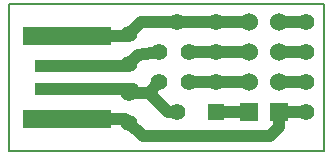
<source format=gtl>
G04 (created by PCBNEW-RS274X (2012-apr-16-27)-stable) date Wed 04 Sep 2013 12:16:17 PM IST*
G01*
G70*
G90*
%MOIN*%
G04 Gerber Fmt 3.4, Leading zero omitted, Abs format*
%FSLAX34Y34*%
G04 APERTURE LIST*
%ADD10C,0.006000*%
%ADD11C,0.007100*%
%ADD12C,0.007200*%
%ADD13R,0.295200X0.059000*%
%ADD14R,0.255900X0.039300*%
%ADD15C,0.055000*%
%ADD16R,0.055000X0.055000*%
%ADD17R,0.060000X0.060000*%
%ADD18C,0.060000*%
%ADD19C,0.039400*%
%ADD20C,0.031500*%
G04 APERTURE END LIST*
G54D10*
G54D11*
X34000Y-43200D02*
X34000Y-38300D01*
G54D12*
X44500Y-43200D02*
X34000Y-43200D01*
X44500Y-38300D02*
X44500Y-43200D01*
X34000Y-38300D02*
X44500Y-38300D01*
G54D13*
X35922Y-42127D03*
X35922Y-39373D03*
G54D14*
X36118Y-41143D03*
X36118Y-40357D03*
G54D15*
X38000Y-42250D03*
X38000Y-41250D03*
G54D16*
X40900Y-41900D03*
G54D15*
X40900Y-40900D03*
X40900Y-39900D03*
X40900Y-38900D03*
X43900Y-38900D03*
X43900Y-39900D03*
X43900Y-40900D03*
X43900Y-41900D03*
G54D17*
X43000Y-41900D03*
G54D18*
X43000Y-40900D03*
X43000Y-39900D03*
X43000Y-38900D03*
G54D17*
X42000Y-41900D03*
G54D18*
X42000Y-40900D03*
X42000Y-39900D03*
X42000Y-38900D03*
G54D15*
X39000Y-40900D03*
X40000Y-40900D03*
X39000Y-39900D03*
X40000Y-39900D03*
X38000Y-39300D03*
X38000Y-40300D03*
X39600Y-38900D03*
X39600Y-41900D03*
G54D19*
X42700Y-42700D02*
X38450Y-42700D01*
X43000Y-41900D02*
X43900Y-41900D01*
X35922Y-42127D02*
X37877Y-42127D01*
X37877Y-42127D02*
X38000Y-42250D01*
X43000Y-42400D02*
X42700Y-42700D01*
X38450Y-42700D02*
X38000Y-42250D01*
X36118Y-40357D02*
X37893Y-40357D01*
G54D20*
X37893Y-40357D02*
X38000Y-40300D01*
G54D19*
X38300Y-40000D02*
X38000Y-40300D01*
X39000Y-39900D02*
X38300Y-40000D01*
G54D20*
X38143Y-41143D02*
X38000Y-41250D01*
G54D19*
X36118Y-41143D02*
X38143Y-41143D01*
X38650Y-41250D02*
X39000Y-40900D01*
X38000Y-41250D02*
X38650Y-41250D01*
X39600Y-41900D02*
X39300Y-41900D01*
X39300Y-41900D02*
X38650Y-41250D01*
X35922Y-39373D02*
X37877Y-39373D01*
X38400Y-38900D02*
X38000Y-39300D01*
X39600Y-38900D02*
X38400Y-38900D01*
X40900Y-38900D02*
X39600Y-38900D01*
X40900Y-38900D02*
X42000Y-38900D01*
X37877Y-39373D02*
X38000Y-39300D01*
X43000Y-40900D02*
X43900Y-40900D01*
X40000Y-40900D02*
X40900Y-40900D01*
X40900Y-40900D02*
X42000Y-40900D01*
X40900Y-41900D02*
X42000Y-41900D01*
X43000Y-39900D02*
X43900Y-39900D01*
X43000Y-41900D02*
X43000Y-42400D01*
X43000Y-38900D02*
X43900Y-38900D01*
X40000Y-39900D02*
X40900Y-39900D01*
X40900Y-39900D02*
X42000Y-39900D01*
M02*

</source>
